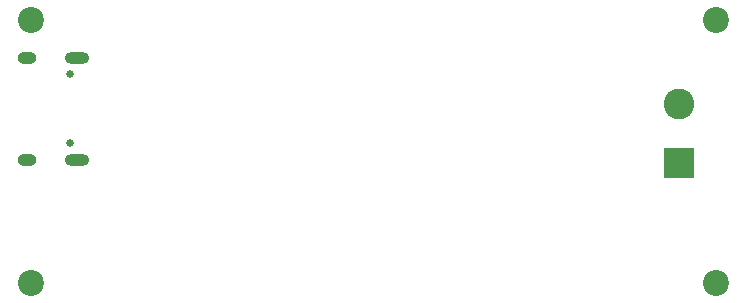
<source format=gbr>
%TF.GenerationSoftware,KiCad,Pcbnew,6.0.4-6f826c9f35~116~ubuntu21.10.1*%
%TF.CreationDate,2022-04-21T20:18:58+02:00*%
%TF.ProjectId,mbus,6d627573-2e6b-4696-9361-645f70636258,rev?*%
%TF.SameCoordinates,Original*%
%TF.FileFunction,Soldermask,Bot*%
%TF.FilePolarity,Negative*%
%FSLAX46Y46*%
G04 Gerber Fmt 4.6, Leading zero omitted, Abs format (unit mm)*
G04 Created by KiCad (PCBNEW 6.0.4-6f826c9f35~116~ubuntu21.10.1) date 2022-04-21 20:18:58*
%MOMM*%
%LPD*%
G01*
G04 APERTURE LIST*
%ADD10C,2.200000*%
%ADD11R,2.600000X2.600000*%
%ADD12C,2.600000*%
%ADD13C,0.650000*%
%ADD14O,2.100000X1.000000*%
%ADD15O,1.600000X1.000000*%
G04 APERTURE END LIST*
D10*
%TO.C,H4*%
X45780000Y-69020000D03*
%TD*%
%TO.C,H1*%
X45780000Y-91250000D03*
%TD*%
D11*
%TO.C,J2*%
X100650000Y-81075000D03*
D12*
X100650000Y-76075000D03*
%TD*%
D10*
%TO.C,H2*%
X103780000Y-69020000D03*
%TD*%
%TO.C,H3*%
X103780000Y-91250000D03*
%TD*%
D13*
%TO.C,J1*%
X49100000Y-79390000D03*
X49100000Y-73610000D03*
D14*
X49630000Y-72180000D03*
D15*
X45450000Y-72180000D03*
X45450000Y-80820000D03*
D14*
X49630000Y-80820000D03*
%TD*%
M02*

</source>
